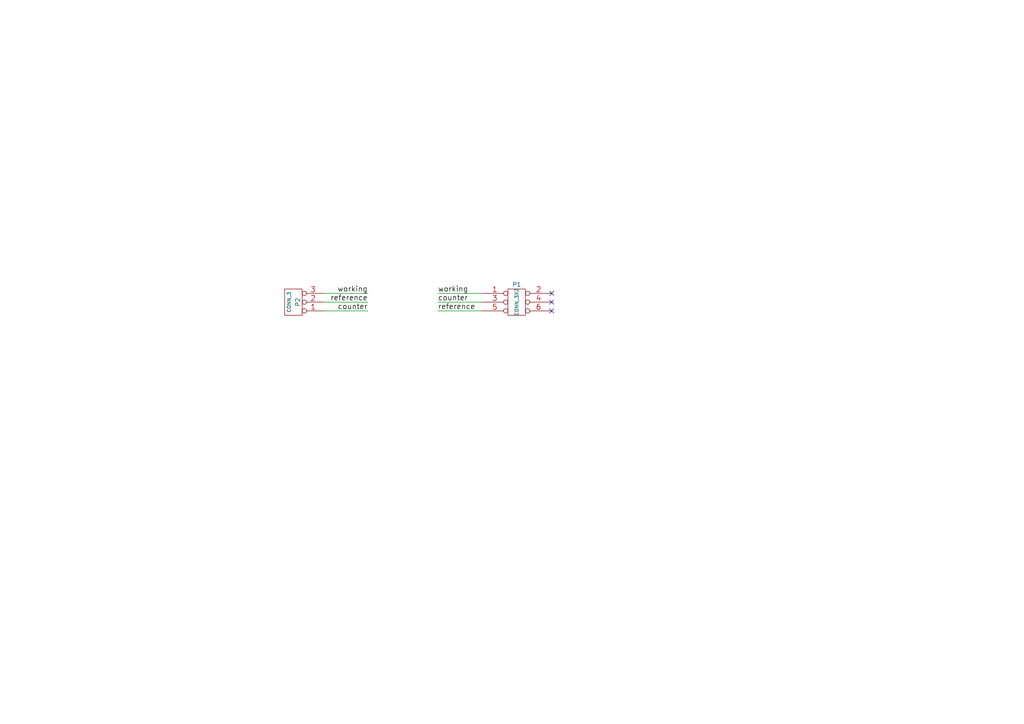
<source format=kicad_sch>
(kicad_sch (version 20230121) (generator eeschema)
  (paper "A4")
  (title_block (date "13 sep 2014"))
  (lib_symbols
    (symbol "cheapstat_adapter_B-rescue:CONN_3" (pin_names (offset 1.016) hide)
      (property "Reference" "K" (at -1.27 0 90))
      (property "Value" "CONN_3" (at 1.27 0 90))
      (symbol "CONN_3_0_1"
        (rectangle (start -2.54 3.81) (end 2.54 -3.81))
      )
      (symbol "CONN_3_1_1"
        (pin passive inverted (at -8.89 2.54 0) (length 6.35) (name "P1") (number "1"))
        (pin passive inverted (at -8.89 0 0) (length 6.35) (name "PM") (number "2"))
        (pin passive inverted (at -8.89 -2.54 0) (length 6.35) (name "P3") (number "3"))
      )
    )
    (symbol "cheapstat_adapter_B-rescue:CONN_3X2" (pin_names (offset 1.016) hide)
      (property "Reference" "P" (at 0 6.35 0))
      (property "Value" "CONN_3X2" (at 0 1.27 90))
      (symbol "CONN_3X2_0_1"
        (rectangle (start -2.54 5.08) (end 2.54 -2.54))
      )
      (symbol "CONN_3X2_1_1"
        (pin passive inverted (at -10.16 3.81 0) (length 7.62) (name "1") (number "1"))
        (pin passive inverted (at 10.16 3.81 180) (length 7.62) (name "2") (number "2"))
        (pin passive inverted (at -10.16 1.27 0) (length 7.62) (name "3") (number "3"))
        (pin passive inverted (at 10.16 1.27 180) (length 7.62) (name "4") (number "4"))
        (pin passive inverted (at -10.16 -1.27 0) (length 7.62) (name "5") (number "5"))
        (pin passive inverted (at 10.16 -1.27 180) (length 7.62) (name "6") (number "6"))
      )
    )
  )
  (no_connect (at 160.02 90.17))
  (no_connect (at 160.02 87.63))
  (no_connect (at 160.02 85.09))
  (wire (pts (xy 93.98 87.63) (xy 106.68 87.63)))
  (wire (pts (xy 139.7 87.63) (xy 127 87.63)))
  (wire (pts (xy 93.98 90.17) (xy 106.68 90.17)))
  (wire (pts (xy 93.98 85.09) (xy 106.68 85.09)))
  (wire (pts (xy 139.7 85.09) (xy 127 85.09)))
  (wire (pts (xy 139.7 90.17) (xy 127 90.17)))
  (label "working" (at 106.68 85.09 180) (effects (font (size 1.524 1.524))))
  (label "working" (at 127 85.09 0) (effects (font (size 1.524 1.524))))
  (label "counter" (at 106.68 90.17 180) (effects (font (size 1.524 1.524))))
  (label "reference" (at 106.68 87.63 180) (effects (font (size 1.524 1.524))))
  (label "counter" (at 127 87.63 0) (effects (font (size 1.524 1.524))))
  (label "reference" (at 127 90.17 0) (effects (font (size 1.524 1.524))))
  (symbol (lib_id "cheapstat_adapter_B-rescue:CONN_3X2") (at 149.86 88.9 0) (unit 1)
    (property "Reference" "P1" (at 149.86 82.55 0))
    (property "Value" "CONN_3X2" (at 149.86 87.63 90) (effects (font (size 1.016 1.016))))
    (property "Footprint" "card_edge_3x2:CARD_EDGE_3x2" (effects hide))
  )
  (symbol (lib_id "cheapstat_adapter_B-rescue:CONN_3") (at 85.09 87.63 180) (unit 1)
    (property "Reference" "P2" (at 86.36 87.63 90))
    (property "Value" "CONN_3" (at 83.82 87.63 90) (effects (font (size 1.016 1.016))))
    (property "Footprint" "pin_array_3x1:PIN_ARRAY_3X1" (effects hide))
  )
)
</source>
